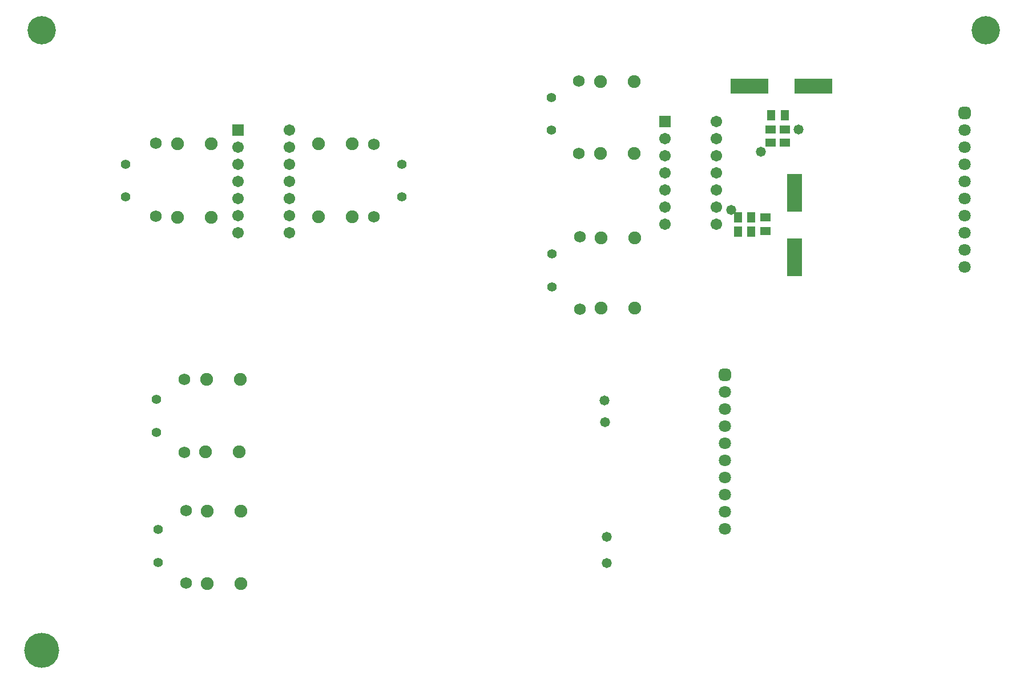
<source format=gbr>
%TF.GenerationSoftware,Altium Limited,Altium Designer,25.8.1 (18)*%
G04 Layer_Color=8388736*
%FSLAX45Y45*%
%MOMM*%
%TF.SameCoordinates,96F0DE5A-C95F-4AE8-8FAC-F916EA61A14B*%
%TF.FilePolarity,Negative*%
%TF.FileFunction,Soldermask,Top*%
%TF.Part,Single*%
G01*
G75*
%TA.AperFunction,SMDPad,CuDef*%
%ADD32R,5.70320X2.20320*%
%ADD33R,1.60320X1.30320*%
%ADD34R,1.30320X1.60320*%
%ADD35R,2.20320X5.70320*%
%TA.AperFunction,ViaPad*%
%ADD36C,5.20320*%
%TA.AperFunction,WasherPad*%
%ADD37C,4.20320*%
%TA.AperFunction,ComponentPad*%
%ADD38C,1.80320*%
G04:AMPARAMS|DCode=39|XSize=1.8032mm|YSize=1.8032mm|CornerRadius=0.5016mm|HoleSize=0mm|Usage=FLASHONLY|Rotation=270.000|XOffset=0mm|YOffset=0mm|HoleType=Round|Shape=RoundedRectangle|*
%AMROUNDEDRECTD39*
21,1,1.80320,0.80000,0,0,270.0*
21,1,0.80000,1.80320,0,0,270.0*
1,1,1.00320,-0.40000,-0.40000*
1,1,1.00320,-0.40000,0.40000*
1,1,1.00320,0.40000,0.40000*
1,1,1.00320,0.40000,-0.40000*
%
%ADD39ROUNDEDRECTD39*%
%ADD40C,1.72720*%
%ADD41C,1.90320*%
%ADD42C,1.40320*%
%ADD43R,1.70320X1.70320*%
%ADD44C,1.70320*%
%TA.AperFunction,ViaPad*%
%ADD45C,1.47320*%
D32*
X11905000Y8828451D02*
D03*
X10955000D02*
D03*
D33*
X11480800Y8189900D02*
D03*
Y7989900D02*
D03*
X11264900Y8189900D02*
D03*
Y7989900D02*
D03*
X11189325Y6681800D02*
D03*
Y6881800D02*
D03*
D34*
X10983900Y6883400D02*
D03*
X10783900D02*
D03*
X11279200Y8395325D02*
D03*
X11479200D02*
D03*
X10983900Y6667972D02*
D03*
X10783900D02*
D03*
D35*
X11622451Y6294100D02*
D03*
Y7244100D02*
D03*
D36*
X460000Y460000D02*
D03*
D37*
X14460001Y9660000D02*
D03*
X460000D02*
D03*
D38*
X14147800Y6654800D02*
D03*
Y6908800D02*
D03*
Y7416800D02*
D03*
Y7924800D02*
D03*
Y8178800D02*
D03*
Y7670800D02*
D03*
Y7162800D02*
D03*
Y6400800D02*
D03*
Y6146800D02*
D03*
X10591800Y2768600D02*
D03*
Y3022600D02*
D03*
Y3530600D02*
D03*
Y4038600D02*
D03*
Y4292600D02*
D03*
Y3784600D02*
D03*
Y3276600D02*
D03*
Y2514600D02*
D03*
Y2260600D02*
D03*
D39*
X14147800Y8432800D02*
D03*
X10591800Y4546600D02*
D03*
D40*
X8426420Y8909299D02*
D03*
Y7829301D02*
D03*
X8439135Y5517901D02*
D03*
Y6597899D02*
D03*
X2571735Y4476999D02*
D03*
Y3397001D02*
D03*
X2594580Y2533899D02*
D03*
Y1453901D02*
D03*
X2152635Y6902201D02*
D03*
Y7982199D02*
D03*
X5380802Y6889501D02*
D03*
Y7969499D02*
D03*
D41*
X8754298Y5537200D02*
D03*
X9254302D02*
D03*
X8754298Y6578600D02*
D03*
X9254302D02*
D03*
X2467798Y6883400D02*
D03*
X2967802D02*
D03*
X2467798Y7975600D02*
D03*
X2967802D02*
D03*
X4563298D02*
D03*
X5063302D02*
D03*
Y6896100D02*
D03*
X4563298D02*
D03*
X2899598Y4483100D02*
D03*
X3399602D02*
D03*
X2886898Y3403600D02*
D03*
X3386902D02*
D03*
X2912298Y1447800D02*
D03*
X3412302D02*
D03*
X8741598Y8902700D02*
D03*
X9241602D02*
D03*
X2912298Y2527300D02*
D03*
X3412302D02*
D03*
X8741598Y7835900D02*
D03*
X9241602D02*
D03*
D42*
X2184400Y1762603D02*
D03*
Y2250603D02*
D03*
X1701800Y7673503D02*
D03*
Y7185503D02*
D03*
X5799902Y7673503D02*
D03*
Y7185503D02*
D03*
X8016255Y8664103D02*
D03*
Y8176103D02*
D03*
X8028955Y5852003D02*
D03*
Y6340003D02*
D03*
X2161555Y3695700D02*
D03*
Y4183700D02*
D03*
D43*
X3365500Y8178800D02*
D03*
X9702800Y8305800D02*
D03*
D44*
X3365500Y7924800D02*
D03*
Y7670800D02*
D03*
Y7416800D02*
D03*
Y7162800D02*
D03*
Y6908800D02*
D03*
Y6654800D02*
D03*
X4127500Y8178800D02*
D03*
Y7924800D02*
D03*
Y7670800D02*
D03*
Y7416800D02*
D03*
Y7162800D02*
D03*
Y6908800D02*
D03*
Y6654800D02*
D03*
X10464800Y6781800D02*
D03*
Y7035800D02*
D03*
Y7289800D02*
D03*
Y7543800D02*
D03*
Y7797800D02*
D03*
Y8051800D02*
D03*
Y8305800D02*
D03*
X9702800Y6781800D02*
D03*
Y7035800D02*
D03*
Y7289800D02*
D03*
Y7543800D02*
D03*
Y7797800D02*
D03*
Y8051800D02*
D03*
D45*
X11125200Y7861300D02*
D03*
X10680700Y6997700D02*
D03*
X11684000Y8191500D02*
D03*
X8839200Y1752600D02*
D03*
Y2146300D02*
D03*
X8813800Y3848100D02*
D03*
X8801100Y4165600D02*
D03*
%TF.MD5,4dbcb642c93103ea83833e58cdfa4929*%
M02*

</source>
